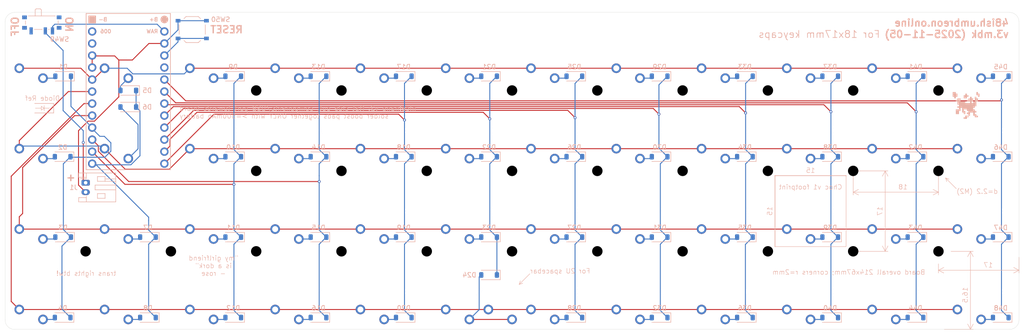
<source format=kicad_pcb>
(kicad_pcb
	(version 20241229)
	(generator "pcbnew")
	(generator_version "9.0")
	(general
		(thickness 1.6)
		(legacy_teardrops no)
	)
	(paper "A3")
	(title_block
		(title "plank")
		(rev "v1.0.0")
		(company "Unknown")
	)
	(layers
		(0 "F.Cu" signal)
		(2 "B.Cu" signal)
		(9 "F.Adhes" user "F.Adhesive")
		(11 "B.Adhes" user "B.Adhesive")
		(13 "F.Paste" user)
		(15 "B.Paste" user)
		(5 "F.SilkS" user "F.Silkscreen")
		(7 "B.SilkS" user "B.Silkscreen")
		(1 "F.Mask" user)
		(3 "B.Mask" user)
		(17 "Dwgs.User" user "User.Drawings")
		(19 "Cmts.User" user "User.Comments")
		(21 "Eco1.User" user "User.Eco1")
		(23 "Eco2.User" user "User.Eco2")
		(25 "Edge.Cuts" user)
		(27 "Margin" user)
		(31 "F.CrtYd" user "F.Courtyard")
		(29 "B.CrtYd" user "B.Courtyard")
		(35 "F.Fab" user)
		(33 "B.Fab" user)
	)
	(setup
		(pad_to_mask_clearance 0)
		(allow_soldermask_bridges_in_footprints no)
		(tenting front back)
		(pcbplotparams
			(layerselection 0x00000000_00000000_55555555_5755f5ff)
			(plot_on_all_layers_selection 0x00000000_00000000_00000000_00000000)
			(disableapertmacros no)
			(usegerberextensions no)
			(usegerberattributes yes)
			(usegerberadvancedattributes yes)
			(creategerberjobfile yes)
			(dashed_line_dash_ratio 12.000000)
			(dashed_line_gap_ratio 3.000000)
			(svgprecision 4)
			(plotframeref no)
			(mode 1)
			(useauxorigin no)
			(hpglpennumber 1)
			(hpglpenspeed 20)
			(hpglpendiameter 15.000000)
			(pdf_front_fp_property_popups yes)
			(pdf_back_fp_property_popups yes)
			(pdf_metadata yes)
			(pdf_single_document no)
			(dxfpolygonmode yes)
			(dxfimperialunits yes)
			(dxfusepcbnewfont yes)
			(psnegative no)
			(psa4output no)
			(plot_black_and_white yes)
			(sketchpadsonfab no)
			(plotpadnumbers no)
			(hidednponfab no)
			(sketchdnponfab yes)
			(crossoutdnponfab yes)
			(subtractmaskfromsilk no)
			(outputformat 1)
			(mirror no)
			(drillshape 0)
			(scaleselection 1)
			(outputdirectory "48ish_soldered_out/")
		)
	)
	(net 0 "")
	(net 1 "Net-(D1-A)")
	(net 2 "/col0")
	(net 3 "Net-(D2-A)")
	(net 4 "Net-(D3-A)")
	(net 5 "Net-(D4-A)")
	(net 6 "/col1")
	(net 7 "Net-(D5-A)")
	(net 8 "Net-(D6-A)")
	(net 9 "Net-(D7-A)")
	(net 10 "Net-(D8-A)")
	(net 11 "Net-(D9-A)")
	(net 12 "/col2")
	(net 13 "Net-(D10-A)")
	(net 14 "Net-(D11-A)")
	(net 15 "Net-(D12-A)")
	(net 16 "/col3")
	(net 17 "Net-(D13-A)")
	(net 18 "Net-(D14-A)")
	(net 19 "Net-(D15-A)")
	(net 20 "Net-(D16-A)")
	(net 21 "Net-(D17-A)")
	(net 22 "/col4")
	(net 23 "Net-(D18-A)")
	(net 24 "Net-(D19-A)")
	(net 25 "Net-(D20-A)")
	(net 26 "Net-(D21-A)")
	(net 27 "/col5")
	(net 28 "Net-(D22-A)")
	(net 29 "Net-(D23-A)")
	(net 30 "Net-(D24-A)")
	(net 31 "Net-(D25-A)")
	(net 32 "/col6")
	(net 33 "Net-(D26-A)")
	(net 34 "Net-(D27-A)")
	(net 35 "Net-(D28-A)")
	(net 36 "/col7")
	(net 37 "Net-(D29-A)")
	(net 38 "Net-(D30-A)")
	(net 39 "Net-(D31-A)")
	(net 40 "Net-(D32-A)")
	(net 41 "Net-(D33-A)")
	(net 42 "/col8")
	(net 43 "Net-(D34-A)")
	(net 44 "Net-(D35-A)")
	(net 45 "Net-(D36-A)")
	(net 46 "Net-(D37-A)")
	(net 47 "/col9")
	(net 48 "Net-(D38-A)")
	(net 49 "Net-(D39-A)")
	(net 50 "Net-(D40-A)")
	(net 51 "Net-(D41-A)")
	(net 52 "/col10")
	(net 53 "Net-(D42-A)")
	(net 54 "Net-(D43-A)")
	(net 55 "Net-(D44-A)")
	(net 56 "/col11")
	(net 57 "Net-(D45-A)")
	(net 58 "Net-(D46-A)")
	(net 59 "Net-(D47-A)")
	(net 60 "Net-(D48-A)")
	(net 61 "Net-(J1-Pin_1)")
	(net 62 "VBAT")
	(net 63 "/row0")
	(net 64 "/row2")
	(net 65 "GND")
	(net 66 "unconnected-(U1-P0{slash}RX-Pad2)")
	(net 67 "/row3")
	(net 68 "unconnected-(U1-P1{slash}TX-Pad1)")
	(net 69 "/row1")
	(net 70 "Net-(SW50-A)")
	(net 71 "unconnected-(SW49-A-Pad1)")
	(net 72 "unconnected-(U1-VCC-Pad16)")
	(footprint "stuff:Choc_v1_18x17mm_spacing" (layer "F.Cu") (at 134.5 128))
	(footprint "stuff:Choc_v1_18x17mm_spacing" (layer "F.Cu") (at 242.5 128))
	(footprint "stuff:Choc_v1_18x17mm_spacing" (layer "F.Cu") (at 188.5 128))
	(footprint "stuff:shitty_m2_mounting_hole" (layer "F.Cu") (at 161.5 136.5))
	(footprint "stuff:Choc_v1_18x17mm_spacing" (layer "F.Cu") (at 278.5 111))
	(footprint "stuff:shitty_m2_mounting_hole" (layer "F.Cu") (at 197.5 153.5))
	(footprint "stuff:shitty_m2_mounting_hole" (layer "F.Cu") (at 305.5 136.5))
	(footprint "stuff:Choc_v1_18x17mm_spacing" (layer "F.Cu") (at 206.5 111))
	(footprint "stuff:Choc_v1_18x17mm_spacing" (layer "F.Cu") (at 170.5 145))
	(footprint "stuff:Choc_v1_18x17mm_spacing" (layer "F.Cu") (at 260.5 111))
	(footprint "stuff:Choc_v1_18x17mm_spacing" (layer "F.Cu") (at 152.5 128))
	(footprint "stuff:shitty_m2_mounting_hole" (layer "F.Cu") (at 287.5 153.5))
	(footprint "stuff:Choc_v1_18x17mm_spacing" (layer "F.Cu") (at 116.5 128))
	(footprint "stuff:Choc_v1_18x17mm_spacing" (layer "F.Cu") (at 224.5 128))
	(footprint "stuff:shitty_m2_mounting_hole" (layer "F.Cu") (at 179.5 153.5))
	(footprint "stuff:Choc_v1_18x17mm_spacing" (layer "F.Cu") (at 224.5 145))
	(footprint "stuff:Choc_v1_18x17mm_spacing" (layer "F.Cu") (at 134.5 111))
	(footprint "stuff:shitty_m2_mounting_hole" (layer "F.Cu") (at 215.5 119.5))
	(footprint "stuff:shitty_m2_mounting_hole" (layer "F.Cu") (at 269.5 153.5))
	(footprint "stuff:Choc_v1_18x17mm_spacing" (layer "F.Cu") (at 314.5 145))
	(footprint "stuff:Choc_v1_18x17mm_spacing" (layer "F.Cu") (at 314.5 128))
	(footprint "stuff:Choc_v1_18x17mm_spacing" (layer "F.Cu") (at 278.5 162))
	(footprint "stuff:shitty_m2_mounting_hole" (layer "F.Cu") (at 197.5 136.5))
	(footprint "stuff:Choc_v1_18x17mm_spacing" (layer "F.Cu") (at 224.5 111))
	(footprint "stuff:Choc_v1_18x17mm_spacing" (layer "F.Cu") (at 260.5 162))
	(footprint "stuff:shitty_m2_mounting_hole" (layer "F.Cu") (at 233.5 136.5))
	(footprint "stuff:Choc_v1_18x17mm_spacing" (layer "F.Cu") (at 188.5 162))
	(footprint "stuff:Choc_v1_18x17mm_spacing" (layer "F.Cu") (at 152.5 162))
	(footprint "stuff:Choc_v1_18x17mm_spacing" (layer "F.Cu") (at 116.5 162))
	(footprint "stuff:shitty_m2_mounting_hole" (layer "F.Cu") (at 233.5 153.5))
	(footprint "stuff:shitty_m2_mounting_hole" (layer "F.Cu") (at 161.5 153.5))
	(footprint "stuff:Choc_v1_18x17mm_spacing" (layer "F.Cu") (at 170.5 162))
	(footprint "stuff:Choc_v1_18x17mm_spacing" (layer "F.Cu") (at 278.5 128))
	(footprint "stuff:Choc_v1_18x17mm_spacing" (layer "F.Cu") (at 116.5 145))
	(footprint "stuff:Choc_v1_18x17mm_spacing" (layer "F.Cu") (at 260.5 128))
	(footprint "stuff:Choc_v1_18x17mm_spacing" (layer "F.Cu") (at 206.5 128))
	(footprint "stuff:Choc_v1_18x17mm_spacing" (layer "F.Cu") (at 242.5 111))
	(footprint "stuff:shitty_m2_mounting_hole" (layer "F.Cu") (at 251.5 136.5))
	(footprint "stuff:Choc_v1_18x17mm_spacing" (layer "F.Cu") (at 242.5 145))
	(footprint "stuff:Choc_v1_18x17mm_spacing" (layer "F.Cu") (at 215.5 162))
	(footprint "stuff:Choc_v1_18x17mm_spacing" (layer "F.Cu") (at 134.5 145))
	(footprint "stuff:Choc_v1_18x17mm_spacing" (layer "F.Cu") (at 296.5 145))
	(footprint "stuff:shitty_m2_mounting_hole" (layer "F.Cu") (at 251.5 119.5))
	(footprint "stuff:Choc_v1_18x17mm_spacing" (layer "F.Cu") (at 170.5 128))
	(footprint "stuff:Choc_v1_18x17mm_spacing" (layer "F.Cu") (at 296.5 162))
	(footprint "stuff:Choc_v1_18x17mm_spacing" (layer "F.Cu") (at 314.5 111))
	(footprint "stuff:shitty_m2_mounting_hole" (layer "F.Cu") (at 197.5 119.5))
	(footprint "stuff:Choc_v1_18x17mm_spacing" (layer "F.Cu") (at 260.5 145))
	(footprint "stuff:Choc_v1_18x17mm_spacing" (layer "F.Cu") (at 170.5 111))
	(footprint "stuff:Choc_v1_18x17mm_spacing" (layer "F.Cu") (at 116.5 111))
	(footprint "stuff:shitty_m2_mounting_hole" (layer "F.Cu") (at 233.5 119.5))
	(footprint "stuff:Choc_v1_18x17mm_spacing" (layer "F.Cu") (at 152.5 111))
	(footprint "stuff:shitty_m2_mounting_hole" (layer "F.Cu") (at 305.5 119.5))
	(footprint "stuff:shitty_m2_mounting_hole" (layer "F.Cu") (at 179.5 119.5))
	(footprint "stuff:shitty_m2_mounting_hole" (layer "F.Cu") (at 287.5 119.5))
	(footprint "stuff:Choc_v1_18x17mm_spacing" (layer "F.Cu") (at 188.5 111))
	(footprint "stuff:Choc_v1_18x17mm_spacing"
		(layer "F.Cu")
		(uuid "a7b66de5-a523-4388-96a2-dbc5aede52e0")
		(at 206.5 162)
		(property "Reference" "SW24"
			(at 0 0 0)
			(layer "F.SilkS")
			(hide yes)
			(uuid "9e6bef2b-fec0-4290-b7be-f5a19a19c1e5")
			(effects
				(font
					(size 1.27 1.27)
					(thickness 0.15)
				)
			)
		)
		(property "Value" "SW_SPST"
			(at 0 0 0)
			(layer "F.SilkS")
			(hide yes)
			(uuid "f321ff4f-09e2-42d3-a572-f5847d26c9d4")
			(effects
				(font
					(size 1.27 1.27)
					(thickness 0.15)
				)
			)
		)
		(property "Datasheet" ""
			(at 0 0 0)
			(layer "F.Fab")
			(hide yes)
			(uuid "f09fd434-e0be-489a-b7d1-cbc9588999b3")
			(effects
				(font
					(size 1.27 1.27)
					(thickness 0.15)
				)
			)
		)
		(property "Description" ""
			(at 0 0 0)
			(layer "F.Fab")
			(hide yes)
			(uuid "ed1681d9-22e3-4c46-ac14-95d414ed05af")
			(effects
				(font
					(size 1.27 1.27)
					(thickness 0.15)
				)
			)
		)
		(property "JLCPCB Part Number" ""
			(at 0 0 0)
			(unlocked yes)
			(layer "F.Fab")
			(hide yes)
			(uuid "0789c039-6cf3-4b81-8174-d043e68d6612")
			(effects
				(font
					(size 1 1)
					(thickness 0.15)
				)
			)
		)
		(path "/cc581630-d5ec-4eb5-8816-96c4ce2eb12b")
		(sheetname "/")
		(sheetfile "48ish_soldered.kicad_sch")
		(attr through_hole)
		(fp_line
			(start -9 -8.5)
			(end 9 -8.5)
			(stroke
				(width 0.15)
				(type solid)
			)
			(layer "Dwgs.User")
			(uuid "88c231f2-44d2-4982-a948-13136751e091")
		)
		(fp_line
			(start -9 8.5)
			(end -9 -8.5)
			(stroke
				(width 0.15)
				(type solid)
			)
			(layer "Dwgs.User")
			(uuid "71de6e83-d3a0-4a85-93c8-55141948e2b7")
		)
		(fp_line
			(start -7 -6)
			(end -7 -7)
			(stroke
				(width 0.15)
				(type solid)
			)
			(layer "Dwgs.User")
			(uuid "883ba793-f6f8-4389-a2e3-c6158e2c01db")
		)
		(fp_line
			(start -7 7)
			(end -7 6)
			(stroke
				(width 0.15)
				(type solid)
			)
			(layer "Dwgs.User")
			(uuid "af21aa5d-8d6d-433a-9a63-d02ce4ce2454")
		)
		(fp_line
			(start -7 7)
			(end -6 7)
			(stroke
				(width 0.15)
				(type solid)
			)
			(layer "Dwgs.User")
			(uuid "7e35e747-fc2f-4772-a9d5-efc9e111af09")
		)
		(fp_line
			(start -6 -7)
			(end -7 -7)
			(stroke
				(width 0.15)
				(type solid)
			)
			(layer "Dwgs.User")
			(uuid "77c93181-4a1a-4b39-8629-329133fad586")
		)
		(fp_line
			(start 6 7)
			(end 7 7)
			(stroke
				(width 0.15)
				(type solid)
			)
			(layer "Dwgs.User")
			(uuid "e0d16146-dc79-4f67-8fca-f767309020c5")
		)
		(fp_line
			(start 7 -7)
			(end 6 -7)
			(stroke
				(width 0.15)
				(type solid)
			)
			(layer "Dwgs.User")
			(uuid "44627145-8314-44ae-aaf9-278256a354f8")
		)
		(fp_line
			(start 7 -7)
			(end 7 -6)
			(stroke
				(width 0.15)
				(type solid)
			)
			(layer "Dwgs.User")
			(uuid "66250c67-be00-45d7-bf76-c65961490003")
		)
		(fp_line
			(start 7 6)
			(end 7 7)
			(stroke
				(width 0.15)
				(type solid)
			)
			(layer "Dwgs.User")
			(uuid "9e3f871f-9e9a-459f-a4d8-e280da00b962")
		)
		(fp_line
			(start 9 -8.5)
			(end 9 8.5)
			(stroke
				(width 0.15)
				(type solid)
			)
			(layer "Dwgs.User")
			(uuid "d33deac9-f5ee-4045-8355-5559912e14e7")
		)
		(fp_line
			(start 9 8.5)
			(end -9 8.5)
			(stroke
				(width 0.15)
				(type solid)
			)
			(layer "Dwgs.User")
			(uuid "6efddef5-8496-4cb1-a99a-8684ea0f4039")
		)
... [464986 chars truncated]
</source>
